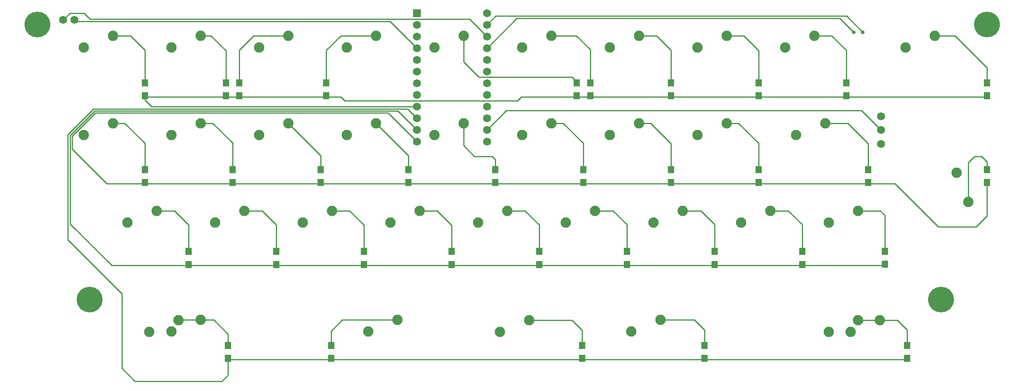
<source format=gbr>
G04 #@! TF.GenerationSoftware,KiCad,Pcbnew,(5.1.9)-1*
G04 #@! TF.CreationDate,2021-12-01T20:16:17-08:00*
G04 #@! TF.ProjectId,Isola_v2,49736f6c-615f-4763-922e-6b696361645f,rev?*
G04 #@! TF.SameCoordinates,Original*
G04 #@! TF.FileFunction,Copper,L2,Bot*
G04 #@! TF.FilePolarity,Positive*
%FSLAX46Y46*%
G04 Gerber Fmt 4.6, Leading zero omitted, Abs format (unit mm)*
G04 Created by KiCad (PCBNEW (5.1.9)-1) date 2021-12-01 20:16:17*
%MOMM*%
%LPD*%
G01*
G04 APERTURE LIST*
G04 #@! TA.AperFunction,ComponentPad*
%ADD10C,1.752600*%
G04 #@! TD*
G04 #@! TA.AperFunction,ComponentPad*
%ADD11R,1.752600X1.752600*%
G04 #@! TD*
G04 #@! TA.AperFunction,ComponentPad*
%ADD12C,2.250000*%
G04 #@! TD*
G04 #@! TA.AperFunction,SMDPad,CuDef*
%ADD13R,1.397000X1.600000*%
G04 #@! TD*
G04 #@! TA.AperFunction,ComponentPad*
%ADD14C,5.600000*%
G04 #@! TD*
G04 #@! TA.AperFunction,ViaPad*
%ADD15C,0.800000*%
G04 #@! TD*
G04 #@! TA.AperFunction,Conductor*
%ADD16C,0.250000*%
G04 #@! TD*
G04 APERTURE END LIST*
D10*
X93345000Y457200D03*
X78105000Y-27482800D03*
X93345000Y-2082800D03*
X93345000Y-4622800D03*
X93345000Y-7162800D03*
X93345000Y-9702800D03*
X93345000Y-12242800D03*
X93345000Y-14782800D03*
X93345000Y-17322800D03*
X93345000Y-19862800D03*
X93345000Y-22402800D03*
X93345000Y-24942800D03*
X93345000Y-27482800D03*
X78105000Y-24942800D03*
X78105000Y-22402800D03*
X78105000Y-19862800D03*
X78105000Y-17322800D03*
X78105000Y-14782800D03*
X78105000Y-12242800D03*
X78105000Y-9702800D03*
X78105000Y-7162800D03*
X78105000Y-4622800D03*
X78105000Y-2082800D03*
D11*
X78105000Y457200D03*
D12*
X178752500Y-66357500D03*
X172402500Y-68897500D03*
X26352500Y-66357500D03*
X20002500Y-68897500D03*
X88265000Y-4445000D03*
X81915000Y-6985000D03*
X12065000Y-4445000D03*
X5715000Y-6985000D03*
X31115000Y-4445000D03*
X24765000Y-6985000D03*
X50165000Y-4445000D03*
X43815000Y-6985000D03*
X69215000Y-4445000D03*
X62865000Y-6985000D03*
X107315000Y-4445000D03*
X100965000Y-6985000D03*
X126365000Y-4445000D03*
X120015000Y-6985000D03*
X145415000Y-4445000D03*
X139065000Y-6985000D03*
X164465000Y-4445000D03*
X158115000Y-6985000D03*
X12065000Y-23495000D03*
X5715000Y-26035000D03*
X31115000Y-23495000D03*
X24765000Y-26035000D03*
X50165000Y-23495000D03*
X43815000Y-26035000D03*
X69215000Y-23495000D03*
X62865000Y-26035000D03*
X88265000Y-23495000D03*
X81915000Y-26035000D03*
X107315000Y-23495000D03*
X100965000Y-26035000D03*
X126365000Y-23495000D03*
X120015000Y-26035000D03*
X145415000Y-23495000D03*
X139065000Y-26035000D03*
X21590000Y-42545000D03*
X15240000Y-45085000D03*
X40640000Y-42545000D03*
X34290000Y-45085000D03*
X59690000Y-42545000D03*
X53340000Y-45085000D03*
X78740000Y-42545000D03*
X72390000Y-45085000D03*
X97790000Y-42545000D03*
X91440000Y-45085000D03*
X116840000Y-42545000D03*
X110490000Y-45085000D03*
X135890000Y-42545000D03*
X129540000Y-45085000D03*
X154940000Y-42545000D03*
X148590000Y-45085000D03*
X173990000Y-42545000D03*
X167640000Y-45085000D03*
X173990000Y-66370200D03*
X167640000Y-68910200D03*
X31115000Y-66319400D03*
X24765000Y-68859400D03*
X190658750Y-4445000D03*
X184308750Y-6985000D03*
X166846250Y-23495000D03*
X160496250Y-26035000D03*
D10*
X3750000Y-1041400D03*
X1270000Y-1041400D03*
X179000000Y-28000000D03*
X179000000Y-25000000D03*
X179000000Y-22000000D03*
D13*
X184683400Y-71853600D03*
X184683400Y-74653600D03*
X114071400Y-71858300D03*
X114071400Y-74658300D03*
X140589000Y-71853600D03*
X140589000Y-74653600D03*
X58420000Y-14721000D03*
X58420000Y-17521000D03*
X19015200Y-14721000D03*
X19015200Y-17521000D03*
X36642800Y-14721000D03*
X36642800Y-17521000D03*
X39542800Y-14721000D03*
X39542800Y-17521000D03*
X112852200Y-14721000D03*
X112852200Y-17521000D03*
X115773200Y-14721000D03*
X115773200Y-17521000D03*
X133315200Y-14721000D03*
X133315200Y-17521000D03*
X152365200Y-14721000D03*
X152365200Y-17521000D03*
X171415200Y-14721000D03*
X171415200Y-17521000D03*
X202000000Y-14721000D03*
X202000000Y-17521000D03*
X19015200Y-33618600D03*
X19015200Y-36418600D03*
X38065200Y-33618600D03*
X38065200Y-36418600D03*
X57200800Y-33618600D03*
X57200800Y-36418600D03*
X76250800Y-33618600D03*
X76250800Y-36418600D03*
X95173800Y-33618600D03*
X95173800Y-36418600D03*
X114265200Y-33618600D03*
X114265200Y-36418600D03*
X133315200Y-33618600D03*
X133315200Y-36418600D03*
X152365200Y-33618600D03*
X152365200Y-36418600D03*
X176177700Y-33618600D03*
X176177700Y-36418600D03*
X202000000Y-33618600D03*
X202000000Y-36418600D03*
X28540200Y-51424000D03*
X28540200Y-54224000D03*
X47590200Y-51424000D03*
X47590200Y-54224000D03*
X66640200Y-51424000D03*
X66640200Y-54224000D03*
X85690200Y-51424000D03*
X85690200Y-54224000D03*
X104740200Y-51424000D03*
X104740200Y-54224000D03*
X123790200Y-51424000D03*
X123790200Y-54224000D03*
X142840200Y-51424000D03*
X142840200Y-54224000D03*
X161890200Y-51424000D03*
X161890200Y-54224000D03*
X179781200Y-51406600D03*
X179781200Y-54206600D03*
X37109400Y-71853600D03*
X37109400Y-74653600D03*
X59486800Y-71853600D03*
X59486800Y-74653600D03*
D12*
X197967600Y-40640000D03*
X195427600Y-34290000D03*
X131089400Y-66319400D03*
X124739400Y-68859400D03*
X73939400Y-66319400D03*
X67589400Y-68859400D03*
X102552500Y-66357500D03*
X96202500Y-68897500D03*
D14*
X-4356250Y-2000000D03*
X202000000Y-2000000D03*
X7000000Y-61899800D03*
X192000000Y-61925200D03*
D15*
X173024800Y-3708400D03*
X175006000Y-3708400D03*
D16*
X140589000Y-71603600D02*
X140589000Y-68478400D01*
X138430000Y-66319400D02*
X131089400Y-66319400D01*
X140589000Y-68478400D02*
X138430000Y-66319400D01*
X179781200Y-51156600D02*
X179781200Y-43484800D01*
X178841400Y-42545000D02*
X173990000Y-42545000D01*
X179781200Y-43484800D02*
X178841400Y-42545000D01*
X7859622Y-20385178D02*
X2286000Y-25958800D01*
X76087378Y-20385178D02*
X7859622Y-20385178D01*
X78105000Y-22402800D02*
X76087378Y-20385178D01*
X140593700Y-74908300D02*
X140589000Y-74903600D01*
X140584300Y-74908300D02*
X140589000Y-74903600D01*
X114071400Y-74908300D02*
X140584300Y-74908300D01*
X37164900Y-74852800D02*
X37109400Y-74908300D01*
X174002700Y-66357500D02*
X173990000Y-66370200D01*
X178752500Y-66357500D02*
X174002700Y-66357500D01*
X178752500Y-66357500D02*
X182537100Y-66357500D01*
X184683400Y-68503800D02*
X184683400Y-71603600D01*
X182537100Y-66357500D02*
X184683400Y-68503800D01*
X184683400Y-74903600D02*
X140589000Y-74903600D01*
X37109400Y-78308200D02*
X37109400Y-74903600D01*
X35788600Y-79629000D02*
X37109400Y-78308200D01*
X37109400Y-74903600D02*
X59486800Y-74903600D01*
X114066700Y-74903600D02*
X114071400Y-74908300D01*
X59486800Y-74903600D02*
X114066700Y-74903600D01*
X19507200Y-79629000D02*
X35788600Y-79629000D01*
X35788600Y-79629000D02*
X16865600Y-79629000D01*
X16865600Y-79629000D02*
X14046200Y-76809600D01*
X14046200Y-60629800D02*
X2286000Y-48869600D01*
X14046200Y-76809600D02*
X14046200Y-60629800D01*
X2286000Y-25958800D02*
X2286000Y-48869600D01*
X72288400Y-1346200D02*
X78105000Y-7162800D01*
X4054800Y-1346200D02*
X72288400Y-1346200D01*
X3750000Y-1041400D02*
X4054800Y-1346200D01*
X89603699Y-881499D02*
X7129899Y-881499D01*
X93345000Y-4622800D02*
X89603699Y-881499D01*
X7129899Y-881499D02*
X5816600Y431800D01*
X93345000Y-24942800D02*
X97536000Y-20751800D01*
X174751800Y-20751800D02*
X179000000Y-25000000D01*
X97536000Y-20751800D02*
X174751800Y-20751800D01*
X170027600Y-711200D02*
X173024800Y-3708400D01*
X99796600Y-711200D02*
X170027600Y-711200D01*
X93345000Y-7162800D02*
X99796600Y-711200D01*
X95224600Y-203200D02*
X93345000Y-2082800D01*
X171500800Y-203200D02*
X95224600Y-203200D01*
X175006000Y-3708400D02*
X171500800Y-203200D01*
X2743200Y431800D02*
X1270000Y-1041400D01*
X5816600Y431800D02*
X2743200Y431800D01*
X171415200Y-17771000D02*
X152365200Y-17771000D01*
X152365200Y-17771000D02*
X133315200Y-17771000D01*
X171415200Y-17771000D02*
X202000000Y-17771000D01*
X115773200Y-17771000D02*
X133315200Y-17771000D01*
X58420000Y-17771000D02*
X39542800Y-17771000D01*
X36642800Y-17771000D02*
X36642800Y-17789400D01*
X36661200Y-17771000D02*
X39542800Y-17771000D01*
X36642800Y-17789400D02*
X36661200Y-17771000D01*
X36642800Y-17771000D02*
X19015200Y-17771000D01*
X100005000Y-18618200D02*
X62484000Y-18618200D01*
X61636800Y-17771000D02*
X62484000Y-18618200D01*
X58420000Y-17771000D02*
X61636800Y-17771000D01*
X112852200Y-17771000D02*
X115773200Y-17771000D01*
X100852200Y-17771000D02*
X100005000Y-18618200D01*
X112852200Y-17771000D02*
X100852200Y-17771000D01*
X78054200Y-19913600D02*
X78105000Y-19862800D01*
X20457800Y-19913600D02*
X78054200Y-19913600D01*
X19015200Y-18471000D02*
X20457800Y-19913600D01*
X19015200Y-17771000D02*
X19015200Y-18471000D01*
X19015200Y-36668600D02*
X38065200Y-36668600D01*
X38065200Y-36668600D02*
X57200800Y-36668600D01*
X57200800Y-36668600D02*
X76250800Y-36668600D01*
X76250800Y-36668600D02*
X95173800Y-36668600D01*
X95173800Y-36668600D02*
X114265200Y-36668600D01*
X114265200Y-36668600D02*
X133315200Y-36668600D01*
X133315200Y-36668600D02*
X152365200Y-36668600D01*
X152365200Y-36668600D02*
X176177700Y-36668600D01*
X8318798Y-21285200D02*
X71907400Y-21285200D01*
X10762598Y-36668600D02*
X3244999Y-29151001D01*
X19015200Y-36668600D02*
X10762598Y-36668600D01*
X3244999Y-26358999D02*
X8318798Y-21285200D01*
X3244999Y-29151001D02*
X3244999Y-26358999D01*
X71907400Y-21285200D02*
X78105000Y-27482800D01*
X182058200Y-36668600D02*
X176177700Y-36668600D01*
X191414400Y-46024800D02*
X182058200Y-36668600D01*
X199618600Y-46024800D02*
X191414400Y-46024800D01*
X202000000Y-43643400D02*
X199618600Y-46024800D01*
X202000000Y-36668600D02*
X202000000Y-43643400D01*
X28540200Y-54474000D02*
X47590200Y-54474000D01*
X47590200Y-54474000D02*
X66640200Y-54474000D01*
X66640200Y-54474000D02*
X85690200Y-54474000D01*
X85690200Y-54474000D02*
X104740200Y-54474000D01*
X104740200Y-54474000D02*
X123790200Y-54474000D01*
X123790200Y-54474000D02*
X142840200Y-54474000D01*
X142840200Y-54474000D02*
X161890200Y-54474000D01*
X161907600Y-54456600D02*
X161890200Y-54474000D01*
X179781200Y-54456600D02*
X161907600Y-54456600D01*
X73997389Y-20835189D02*
X78105000Y-24942800D01*
X28540200Y-54474000D02*
X11803410Y-54474000D01*
X2794989Y-45465579D02*
X2794989Y-26135611D01*
X11803410Y-54474000D02*
X2794989Y-45465579D01*
X8095411Y-20835189D02*
X73997389Y-20835189D01*
X2794989Y-26135611D02*
X8095411Y-20835189D01*
X12065000Y-4445000D02*
X15875000Y-4445000D01*
X19015200Y-7585200D02*
X19015200Y-14471000D01*
X15875000Y-4445000D02*
X19015200Y-7585200D01*
X31115000Y-4445000D02*
X33375600Y-4445000D01*
X36642800Y-7712200D02*
X36642800Y-14471000D01*
X33375600Y-4445000D02*
X36642800Y-7712200D01*
X50165000Y-4445000D02*
X42672000Y-4445000D01*
X39542800Y-7574200D02*
X39542800Y-14471000D01*
X42672000Y-4445000D02*
X39542800Y-7574200D01*
X58420000Y-7620000D02*
X61595000Y-4445000D01*
X61595000Y-4445000D02*
X69215000Y-4445000D01*
X58420000Y-14471000D02*
X58420000Y-7620000D01*
X88265000Y-10160000D02*
X88265000Y-4445000D01*
X91592400Y-13487400D02*
X88265000Y-10160000D01*
X111868600Y-13487400D02*
X91592400Y-13487400D01*
X112852200Y-14471000D02*
X111868600Y-13487400D01*
X107315000Y-4445000D02*
X112750600Y-4445000D01*
X115773200Y-7467600D02*
X115773200Y-14471000D01*
X112750600Y-4445000D02*
X115773200Y-7467600D01*
X126365000Y-4445000D02*
X130175000Y-4445000D01*
X133315200Y-7585200D02*
X133315200Y-14471000D01*
X130175000Y-4445000D02*
X133315200Y-7585200D01*
X145415000Y-4445000D02*
X149148800Y-4445000D01*
X152365200Y-7661400D02*
X152365200Y-14471000D01*
X149148800Y-4445000D02*
X152365200Y-7661400D01*
X164465000Y-4445000D02*
X168224200Y-4445000D01*
X171415200Y-7636000D02*
X171415200Y-14471000D01*
X168224200Y-4445000D02*
X171415200Y-7636000D01*
X202000000Y-11398400D02*
X202000000Y-14471000D01*
X195046600Y-4445000D02*
X202000000Y-11398400D01*
X190658750Y-4445000D02*
X195046600Y-4445000D01*
X12065000Y-23495000D02*
X14630400Y-23495000D01*
X19015200Y-27879800D02*
X19015200Y-33368600D01*
X14630400Y-23495000D02*
X19015200Y-27879800D01*
X31115000Y-23495000D02*
X33756600Y-23495000D01*
X38065200Y-27803600D02*
X38065200Y-33368600D01*
X33756600Y-23495000D02*
X38065200Y-27803600D01*
X57200800Y-30530800D02*
X57200800Y-33368600D01*
X50165000Y-23495000D02*
X57200800Y-30530800D01*
X76250800Y-30530800D02*
X76250800Y-32613600D01*
X69215000Y-23495000D02*
X76250800Y-30530800D01*
X76250800Y-32613600D02*
X76250800Y-33368600D01*
X76250800Y-32410400D02*
X76250800Y-32613600D01*
X94437200Y-30708600D02*
X95173800Y-31445200D01*
X90576400Y-30708600D02*
X94437200Y-30708600D01*
X88265000Y-28397200D02*
X90576400Y-30708600D01*
X95173800Y-31445200D02*
X95173800Y-33368600D01*
X88265000Y-23495000D02*
X88265000Y-28397200D01*
X107315000Y-23495000D02*
X109880400Y-23495000D01*
X114265200Y-27879800D02*
X114265200Y-33368600D01*
X109880400Y-23495000D02*
X114265200Y-27879800D01*
X126365000Y-23495000D02*
X128905000Y-23495000D01*
X133315200Y-27905200D02*
X133315200Y-33368600D01*
X128905000Y-23495000D02*
X133315200Y-27905200D01*
X145415000Y-23495000D02*
X148005800Y-23495000D01*
X152365200Y-27854400D02*
X152365200Y-33368600D01*
X148005800Y-23495000D02*
X152365200Y-27854400D01*
X166846250Y-23495000D02*
X171754800Y-23495000D01*
X176177700Y-27917900D02*
X176177700Y-33368600D01*
X171754800Y-23495000D02*
X176177700Y-27917900D01*
X199313800Y-30759400D02*
X200837800Y-30759400D01*
X197967600Y-32105600D02*
X199313800Y-30759400D01*
X200837800Y-30759400D02*
X202000000Y-31921600D01*
X202000000Y-31921600D02*
X202000000Y-33368600D01*
X197967600Y-35229800D02*
X197967600Y-35560000D01*
X197967600Y-40640000D02*
X197967600Y-35229800D01*
X197967600Y-32105600D02*
X197967600Y-35229800D01*
X21590000Y-42545000D02*
X25476200Y-42545000D01*
X28540200Y-45609000D02*
X28540200Y-51174000D01*
X25476200Y-42545000D02*
X28540200Y-45609000D01*
X40640000Y-42545000D02*
X44526200Y-42545000D01*
X47590200Y-45609000D02*
X47590200Y-51174000D01*
X44526200Y-42545000D02*
X47590200Y-45609000D01*
X59690000Y-42545000D02*
X63525400Y-42545000D01*
X66640200Y-45659800D02*
X66640200Y-51174000D01*
X63525400Y-42545000D02*
X66640200Y-45659800D01*
X78740000Y-42545000D02*
X82550000Y-42545000D01*
X85690200Y-45685200D02*
X85690200Y-51174000D01*
X82550000Y-42545000D02*
X85690200Y-45685200D01*
X97790000Y-42545000D02*
X101625400Y-42545000D01*
X104740200Y-45659800D02*
X104740200Y-51174000D01*
X101625400Y-42545000D02*
X104740200Y-45659800D01*
X116840000Y-42545000D02*
X120751600Y-42545000D01*
X123790200Y-45583600D02*
X123790200Y-51174000D01*
X120751600Y-42545000D02*
X123790200Y-45583600D01*
X135890000Y-42545000D02*
X139852400Y-42545000D01*
X142840200Y-45532800D02*
X142840200Y-51174000D01*
X139852400Y-42545000D02*
X142840200Y-45532800D01*
X154940000Y-42545000D02*
X158851600Y-42545000D01*
X161890200Y-45583600D02*
X161890200Y-51174000D01*
X158851600Y-42545000D02*
X161890200Y-45583600D01*
X37109400Y-71608300D02*
X37109400Y-69418200D01*
X34010600Y-66319400D02*
X31089600Y-66319400D01*
X37109400Y-69418200D02*
X34010600Y-66319400D01*
X26390600Y-66319400D02*
X26352500Y-66357500D01*
X31089600Y-66319400D02*
X26390600Y-66319400D01*
X59486800Y-71603600D02*
X59486800Y-68732400D01*
X61899800Y-66319400D02*
X73939400Y-66319400D01*
X59486800Y-68732400D02*
X61899800Y-66319400D01*
X114071400Y-71608300D02*
X114071400Y-68580000D01*
X111848900Y-66357500D02*
X102552500Y-66357500D01*
X114071400Y-68580000D02*
X111848900Y-66357500D01*
M02*

</source>
